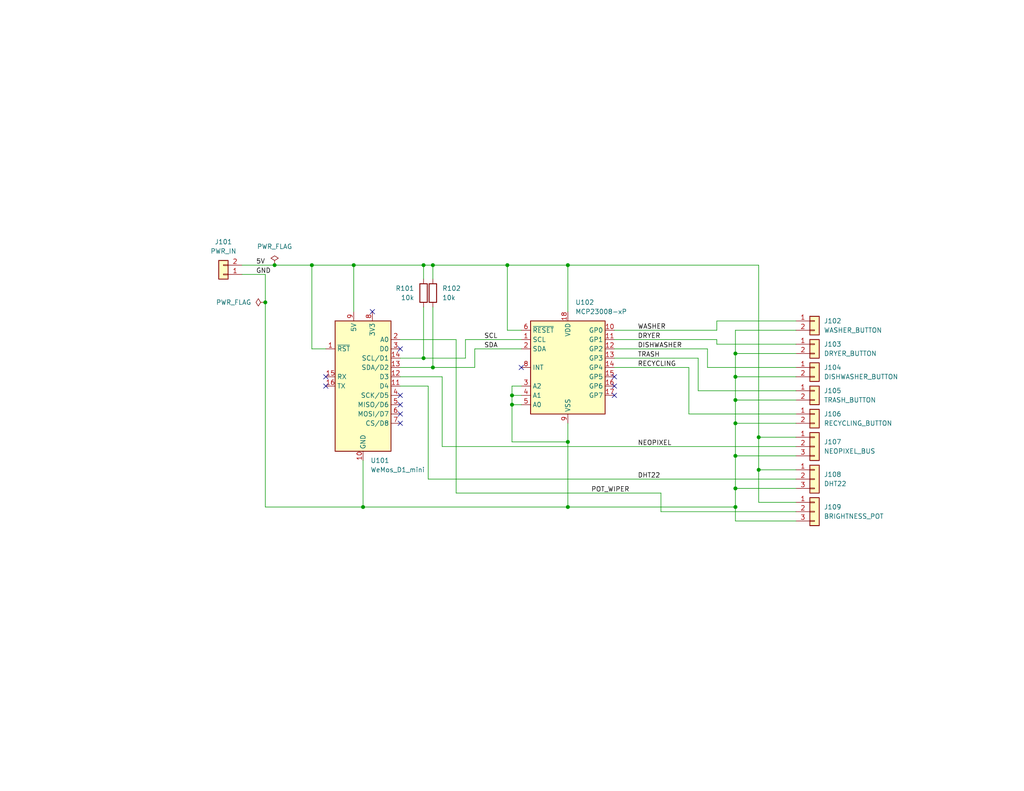
<source format=kicad_sch>
(kicad_sch (version 20211123) (generator eeschema)
  (paper "USLetter")
  (title_block (title "Chore Tracker") (date "2022-07-29") (rev "1.3") (company "CaProd Design"))
  (lib_symbols
    (symbol "Connector_Generic:Conn_01x02" (pin_names (offset 1.016) hide)
      (property "Reference" "J" (at 0 2.54 0))
      (property "Value" "Conn_01x02" (at 0 -5.08 0))
      (symbol "Conn_01x02_1_1"
        (rectangle (start -1.27 -2.413) (end 0 -2.667) (stroke (width 0.1524)))
        (rectangle (start -1.27 0.127) (end 0 -0.127) (stroke (width 0.1524)))
        (rectangle (start -1.27 1.27) (end 1.27 -3.81) (stroke (width 0.254)) (fill (type background)))
        (pin passive line (at -5.08 0 0) (length 3.81) (name "Pin_1") (number "1"))
        (pin passive line (at -5.08 -2.54 0) (length 3.81) (name "Pin_2") (number "2"))
      )
    )
    (symbol "Connector_Generic:Conn_01x03" (pin_names (offset 1.016) hide)
      (property "Reference" "J" (at 0 5.08 0))
      (property "Value" "Conn_01x03" (at 0 -5.08 0))
      (symbol "Conn_01x03_1_1"
        (rectangle (start -1.27 -2.413) (end 0 -2.667) (stroke (width 0.1524)))
        (rectangle (start -1.27 0.127) (end 0 -0.127) (stroke (width 0.1524)))
        (rectangle (start -1.27 2.667) (end 0 2.413) (stroke (width 0.1524)))
        (rectangle (start -1.27 3.81) (end 1.27 -3.81) (stroke (width 0.254)) (fill (type background)))
        (pin passive line (at -5.08 2.54 0) (length 3.81) (name "Pin_1") (number "1"))
        (pin passive line (at -5.08 0 0) (length 3.81) (name "Pin_2") (number "2"))
        (pin passive line (at -5.08 -2.54 0) (length 3.81) (name "Pin_3") (number "3"))
      )
    )
    (symbol "Device:R" (pin_numbers hide) (pin_names (offset 0))
      (property "Reference" "R" (at 2.032 0 90))
      (property "Value" "R" (at 0 0 90))
      (symbol "R_0_1"
        (rectangle (start -1.016 -2.54) (end 1.016 2.54) (stroke (width 0.254)))
      )
      (symbol "R_1_1"
        (pin passive line (at 0 3.81 270) (length 1.27) (name "~") (number "1"))
        (pin passive line (at 0 -3.81 90) (length 1.27) (name "~") (number "2"))
      )
    )
    (symbol "MCU_Module:WeMos_D1_mini"
      (property "Reference" "U" (at 3.81 19.05 0))
      (property "Value" "WeMos_D1_mini" (at 1.27 -19.05 0))
      (symbol "WeMos_D1_mini_1_1"
        (rectangle (start -7.62 17.78) (end 7.62 -17.78) (stroke (width 0.254)) (fill (type background)))
        (pin input line (at -10.16 10.16 0) (length 2.54) (name "~{RST}") (number "1"))
        (pin power_in line (at 0 -20.32 90) (length 2.54) (name "GND") (number "10"))
        (pin bidirectional line (at 10.16 0 180) (length 2.54) (name "D4") (number "11"))
        (pin bidirectional line (at 10.16 2.54 180) (length 2.54) (name "D3") (number "12"))
        (pin bidirectional line (at 10.16 5.08 180) (length 2.54) (name "SDA/D2") (number "13"))
        (pin bidirectional line (at 10.16 7.62 180) (length 2.54) (name "SCL/D1") (number "14"))
        (pin input line (at -10.16 2.54 0) (length 2.54) (name "RX") (number "15"))
        (pin output line (at -10.16 0 0) (length 2.54) (name "TX") (number "16"))
        (pin input line (at 10.16 12.7 180) (length 2.54) (name "A0") (number "2"))
        (pin bidirectional line (at 10.16 10.16 180) (length 2.54) (name "D0") (number "3"))
        (pin bidirectional line (at 10.16 -2.54 180) (length 2.54) (name "SCK/D5") (number "4"))
        (pin bidirectional line (at 10.16 -5.08 180) (length 2.54) (name "MISO/D6") (number "5"))
        (pin bidirectional line (at 10.16 -7.62 180) (length 2.54) (name "MOSI/D7") (number "6"))
        (pin bidirectional line (at 10.16 -10.16 180) (length 2.54) (name "CS/D8") (number "7"))
        (pin power_out line (at 2.54 20.32 270) (length 2.54) (name "3V3") (number "8"))
        (pin power_in line (at -2.54 20.32 270) (length 2.54) (name "5V") (number "9"))
      )
    )
    (symbol "custom:MCP23008-xP"
      (property "Reference" "U103" (at 2.0194 17.78 0))
      (property "Value" "MCP23008-xP" (at 2.0194 15.24 0))
      (symbol "MCP23008-xP_0_1"
        (rectangle (start -10.16 12.7) (end 10.16 -12.7) (stroke (width 0.254)) (fill (type background)))
      )
      (symbol "MCP23008-xP_1_1"
        (pin input line (at -12.7 7.62 0) (length 2.54) (name "SCL") (number "1"))
        (pin bidirectional line (at 12.7 10.16 180) (length 2.54) (name "GP0") (number "10"))
        (pin bidirectional line (at 12.7 7.62 180) (length 2.54) (name "GP1") (number "11"))
        (pin bidirectional line (at 12.7 5.08 180) (length 2.54) (name "GP2") (number "12"))
        (pin bidirectional line (at 12.7 2.54 180) (length 2.54) (name "GP3") (number "13"))
        (pin bidirectional line (at 12.7 0 180) (length 2.54) (name "GP4") (number "14"))
        (pin bidirectional line (at 12.7 -2.54 180) (length 2.54) (name "GP5") (number "15"))
        (pin bidirectional line (at 12.7 -5.08 180) (length 2.54) (name "GP6") (number "16"))
        (pin bidirectional line (at 12.7 -7.62 180) (length 2.54) (name "GP7") (number "17"))
        (pin power_in line (at 0 15.24 270) (length 2.54) (name "VDD") (number "18"))
        (pin bidirectional line (at -12.7 5.08 0) (length 2.54) (name "SDA") (number "2"))
        (pin input line (at -12.7 -5.08 0) (length 2.54) (name "A2") (number "3"))
        (pin input line (at -12.7 -7.62 0) (length 2.54) (name "A1") (number "4"))
        (pin input line (at -12.7 -10.16 0) (length 2.54) (name "A0") (number "5"))
        (pin input line (at -12.7 10.16 0) (length 2.54) (name "~{RESET}") (number "6"))
        (pin no_connect line (at -10.16 -2.54 0) (length 2.54) hide (name "NC") (number "7"))
        (pin output line (at -12.7 0 0) (length 2.54) (name "INT") (number "8"))
        (pin power_in line (at 0 -15.24 90) (length 2.54) (name "VSS") (number "9"))
      )
    )
    (symbol "power:PWR_FLAG" (power) (pin_numbers hide) (pin_names (offset 0) hide)
      (property "Value" "PWR_FLAG" (at 0 3.81 0))
      (symbol "PWR_FLAG_0_0"
        (pin power_out line (at 0 0 90) (length 0) (name "pwr") (number "1"))
      )
      (symbol "PWR_FLAG_0_1"
        (polyline (pts (xy 0 0) (xy 0 1.27) (xy -1.016 1.905) (xy 0 2.54) (xy 1.016 1.905) (xy 0 1.27)))
      )
    )
  )
  (junction (at 99.06 138.43))
  (junction (at 72.39 82.55))
  (junction (at 139.7 110.49))
  (junction (at 118.11 100.33))
  (junction (at 154.94 72.39))
  (junction (at 200.66 124.46))
  (junction (at 138.43 72.39))
  (junction (at 85.09 72.39))
  (junction (at 200.66 102.87))
  (junction (at 200.66 115.57))
  (junction (at 115.57 72.39))
  (junction (at 115.57 97.79))
  (junction (at 154.94 120.65))
  (junction (at 200.66 138.43))
  (junction (at 207.01 128.27))
  (junction (at 154.94 138.43))
  (junction (at 74.93 72.39))
  (junction (at 207.01 119.38))
  (junction (at 200.66 96.52))
  (junction (at 139.7 107.95))
  (junction (at 200.66 133.35))
  (junction (at 200.66 109.22))
  (junction (at 96.52 72.39))
  (junction (at 118.11 72.39))
  (no_connect (at 88.9 105.41))
  (no_connect (at 167.64 102.87))
  (no_connect (at 167.64 105.41))
  (no_connect (at 109.22 107.95))
  (no_connect (at 142.24 100.33))
  (no_connect (at 101.6 85.09))
  (no_connect (at 109.22 110.49))
  (no_connect (at 109.22 115.57))
  (no_connect (at 88.9 102.87))
  (no_connect (at 109.22 95.25))
  (no_connect (at 167.64 107.95))
  (no_connect (at 109.22 113.03))
  (wire (pts (xy 200.66 96.52) (xy 217.17 96.52)))
  (wire (pts (xy 200.66 102.87) (xy 217.17 102.87)))
  (wire (pts (xy 200.66 115.57) (xy 200.66 124.46)))
  (wire (pts (xy 118.11 100.33) (xy 129.54 100.33)))
  (wire (pts (xy 85.09 72.39) (xy 96.52 72.39)))
  (wire (pts (xy 200.66 142.24) (xy 200.66 138.43)))
  (wire (pts (xy 99.06 138.43) (xy 72.39 138.43)))
  (wire (pts (xy 74.93 72.39) (xy 85.09 72.39)))
  (wire (pts (xy 200.66 124.46) (xy 217.17 124.46)))
  (wire (pts (xy 116.84 130.81) (xy 116.84 105.41)))
  (wire (pts (xy 190.5 97.79) (xy 167.64 97.79)))
  (wire (pts (xy 217.17 106.68) (xy 190.5 106.68)))
  (wire (pts (xy 120.65 121.92) (xy 217.17 121.92)))
  (wire (pts (xy 200.66 109.22) (xy 200.66 115.57)))
  (wire (pts (xy 118.11 72.39) (xy 115.57 72.39)))
  (wire (pts (xy 115.57 72.39) (xy 96.52 72.39)))
  (wire (pts (xy 118.11 72.39) (xy 118.11 76.2)))
  (wire (pts (xy 109.22 97.79) (xy 115.57 97.79)))
  (wire (pts (xy 207.01 128.27) (xy 207.01 137.16)))
  (wire (pts (xy 138.43 72.39) (xy 138.43 90.17)))
  (wire (pts (xy 154.94 115.57) (xy 154.94 120.65)))
  (wire (pts (xy 124.46 134.62) (xy 124.46 92.71)))
  (wire (pts (xy 180.34 139.7) (xy 180.34 134.62)))
  (wire (pts (xy 200.66 102.87) (xy 200.66 109.22)))
  (wire (pts (xy 109.22 102.87) (xy 120.65 102.87)))
  (wire (pts (xy 195.58 87.63) (xy 217.17 87.63)))
  (wire (pts (xy 200.66 133.35) (xy 200.66 138.43)))
  (wire (pts (xy 180.34 134.62) (xy 124.46 134.62)))
  (wire (pts (xy 139.7 107.95) (xy 142.24 107.95)))
  (wire (pts (xy 207.01 119.38) (xy 207.01 128.27)))
  (wire (pts (xy 85.09 72.39) (xy 85.09 95.25)))
  (wire (pts (xy 115.57 72.39) (xy 115.57 76.2)))
  (wire (pts (xy 139.7 105.41) (xy 139.7 107.95)))
  (wire (pts (xy 66.04 74.93) (xy 72.39 74.93)))
  (wire (pts (xy 200.66 96.52) (xy 200.66 102.87)))
  (wire (pts (xy 207.01 128.27) (xy 217.17 128.27)))
  (wire (pts (xy 200.66 109.22) (xy 217.17 109.22)))
  (wire (pts (xy 200.66 142.24) (xy 217.17 142.24)))
  (wire (pts (xy 139.7 110.49) (xy 139.7 120.65)))
  (wire (pts (xy 217.17 93.98) (xy 195.58 93.98)))
  (wire (pts (xy 72.39 138.43) (xy 72.39 82.55)))
  (wire (pts (xy 96.52 72.39) (xy 96.52 85.09)))
  (wire (pts (xy 190.5 106.68) (xy 190.5 97.79)))
  (wire (pts (xy 167.64 100.33) (xy 187.96 100.33)))
  (wire (pts (xy 207.01 137.16) (xy 217.17 137.16)))
  (wire (pts (xy 167.64 95.25) (xy 193.04 95.25)))
  (wire (pts (xy 207.01 72.39) (xy 154.94 72.39)))
  (wire (pts (xy 217.17 139.7) (xy 180.34 139.7)))
  (wire (pts (xy 200.66 90.17) (xy 200.66 96.52)))
  (wire (pts (xy 207.01 119.38) (xy 207.01 72.39)))
  (wire (pts (xy 217.17 119.38) (xy 207.01 119.38)))
  (wire (pts (xy 195.58 93.98) (xy 195.58 92.71)))
  (wire (pts (xy 142.24 105.41) (xy 139.7 105.41)))
  (wire (pts (xy 154.94 120.65) (xy 154.94 138.43)))
  (wire (pts (xy 139.7 107.95) (xy 139.7 110.49)))
  (wire (pts (xy 187.96 113.03) (xy 217.17 113.03)))
  (wire (pts (xy 142.24 90.17) (xy 138.43 90.17)))
  (wire (pts (xy 217.17 90.17) (xy 200.66 90.17)))
  (wire (pts (xy 193.04 100.33) (xy 217.17 100.33)))
  (wire (pts (xy 154.94 138.43) (xy 99.06 138.43)))
  (wire (pts (xy 129.54 95.25) (xy 142.24 95.25)))
  (wire (pts (xy 99.06 125.73) (xy 99.06 138.43)))
  (wire (pts (xy 66.04 72.39) (xy 74.93 72.39)))
  (wire (pts (xy 129.54 100.33) (xy 129.54 95.25)))
  (wire (pts (xy 118.11 72.39) (xy 138.43 72.39)))
  (wire (pts (xy 139.7 120.65) (xy 154.94 120.65)))
  (wire (pts (xy 195.58 90.17) (xy 195.58 87.63)))
  (wire (pts (xy 167.64 90.17) (xy 195.58 90.17)))
  (wire (pts (xy 195.58 92.71) (xy 167.64 92.71)))
  (wire (pts (xy 118.11 83.82) (xy 118.11 100.33)))
  (wire (pts (xy 193.04 95.25) (xy 193.04 100.33)))
  (wire (pts (xy 116.84 130.81) (xy 217.17 130.81)))
  (wire (pts (xy 115.57 97.79) (xy 127 97.79)))
  (wire (pts (xy 115.57 83.82) (xy 115.57 97.79)))
  (wire (pts (xy 127 97.79) (xy 127 92.71)))
  (wire (pts (xy 154.94 85.09) (xy 154.94 72.39)))
  (wire (pts (xy 124.46 92.71) (xy 109.22 92.71)))
  (wire (pts (xy 116.84 105.41) (xy 109.22 105.41)))
  (wire (pts (xy 200.66 124.46) (xy 200.66 133.35)))
  (wire (pts (xy 127 92.71) (xy 142.24 92.71)))
  (wire (pts (xy 200.66 115.57) (xy 217.17 115.57)))
  (wire (pts (xy 72.39 82.55) (xy 72.39 74.93)))
  (wire (pts (xy 139.7 110.49) (xy 142.24 110.49)))
  (wire (pts (xy 109.22 100.33) (xy 118.11 100.33)))
  (wire (pts (xy 88.9 95.25) (xy 85.09 95.25)))
  (wire (pts (xy 200.66 133.35) (xy 217.17 133.35)))
  (wire (pts (xy 120.65 121.92) (xy 120.65 102.87)))
  (wire (pts (xy 138.43 72.39) (xy 154.94 72.39)))
  (wire (pts (xy 187.96 100.33) (xy 187.96 113.03)))
  (wire (pts (xy 200.66 138.43) (xy 154.94 138.43)))
  (label "NEOPIXEL" (at 173.99 121.92 0))
  (label "SDA" (at 132.08 95.25 0))
  (label "SCL" (at 132.08 92.71 0))
  (label "RECYCLING" (at 173.99 100.33 0))
  (label "POT_WIPER" (at 161.29 134.62 0))
  (label "DRYER" (at 173.99 92.71 0))
  (label "DHT22" (at 173.99 130.81 0))
  (label "TRASH" (at 173.99 97.79 0))
  (label "DISHWASHER" (at 173.99 95.25 0))
  (label "5V" (at 69.85 72.39 0))
  (label "GND" (at 69.85 74.93 0))
  (label "WASHER" (at 173.99 90.17 0))
  (symbol (lib_id "Connector_Generic:Conn_01x03") (at 222.25 139.7 0) (unit 1)
    (property "Reference" "J109" (at 224.79 138.4299 0) (effects (justify left)))
    (property "Value" "BRIGHTNESS_POT" (at 224.79 140.9699 0) (effects (justify left)))
    (property "Footprint" "Connector_JST:JST_XH_B3B-XH-AM_1x03_P2.50mm_Vertical" (effects hide))
  )
  (symbol (lib_id "Connector_Generic:Conn_01x02") (at 222.25 113.03 0) (unit 1)
    (property "Reference" "J106" (at 224.79 113.0299 0) (effects (justify left)))
    (property "Value" "RECYCLING_BUTTON" (at 224.79 115.5699 0) (effects (justify left)))
    (property "Footprint" "Connector_JST:JST_XH_B2B-XH-AM_1x02_P2.50mm_Vertical" (effects hide))
  )
  (symbol (lib_id "Connector_Generic:Conn_01x03") (at 222.25 130.81 0) (unit 1)
    (property "Reference" "J108" (at 224.79 129.5399 0) (effects (justify left)))
    (property "Value" "DHT22" (at 224.79 132.0799 0) (effects (justify left)))
    (property "Footprint" "Connector_JST:JST_XH_B3B-XH-AM_1x03_P2.50mm_Vertical" (effects hide))
  )
  (symbol (lib_id "Device:R") (at 118.11 80.01 0) (unit 1)
    (property "Reference" "R102" (at 120.65 78.7399 0) (effects (justify left)))
    (property "Value" "10k" (at 120.65 81.2799 0) (effects (justify left)))
    (property "Footprint" "Resistor_THT:R_Axial_DIN0309_L9.0mm_D3.2mm_P2.54mm_Vertical" (effects hide))
  )
  (symbol (lib_id "power:PWR_FLAG") (at 74.93 72.39 0) (unit 1)
    (property "Reference" "#FLG0102" (effects hide))
    (property "Value" "PWR_FLAG" (at 74.93 67.31 0))
  )
  (symbol (lib_id "Connector_Generic:Conn_01x03") (at 222.25 121.92 0) (unit 1)
    (property "Reference" "J107" (at 224.79 120.6499 0) (effects (justify left)))
    (property "Value" "NEOPIXEL_BUS" (at 224.79 123.1899 0) (effects (justify left)))
    (property "Footprint" "Connector_JST:JST_XH_B3B-XH-AM_1x03_P2.50mm_Vertical" (effects hide))
  )
  (symbol (lib_id "Connector_Generic:Conn_01x02") (at 60.96 74.93 180) (unit 1)
    (property "Reference" "J101" (at 60.96 66.04 0))
    (property "Value" "PWR_IN" (at 60.96 68.58 0))
    (property "Footprint" "Connector_JST:JST_XH_B2B-XH-AM_1x02_P2.50mm_Vertical" (effects hide))
  )
  (symbol (lib_id "Connector_Generic:Conn_01x02") (at 222.25 100.33 0) (unit 1)
    (property "Reference" "J104" (at 224.79 100.3299 0) (effects (justify left)))
    (property "Value" "DISHWASHER_BUTTON" (at 224.79 102.8699 0) (effects (justify left)))
    (property "Footprint" "Connector_JST:JST_XH_B2B-XH-AM_1x02_P2.50mm_Vertical" (effects hide))
  )
  (symbol (lib_id "power:PWR_FLAG") (at 72.39 82.55 90) (unit 1)
    (property "Reference" "#FLG0101" (effects hide))
    (property "Value" "PWR_FLAG" (at 68.58 82.5499 90) (effects (justify left)))
  )
  (symbol (lib_id "Connector_Generic:Conn_01x02") (at 222.25 93.98 0) (unit 1)
    (property "Reference" "J103" (at 224.79 93.9799 0) (effects (justify left)))
    (property "Value" "DRYER_BUTTON" (at 224.79 96.5199 0) (effects (justify left)))
    (property "Footprint" "Connector_JST:JST_XH_B2B-XH-AM_1x02_P2.50mm_Vertical" (effects hide))
  )
  (symbol (lib_id "custom:MCP23008-xP") (at 154.94 100.33 0) (unit 1)
    (property "Reference" "U102" (at 156.9594 82.55 0) (effects (justify left)))
    (property "Value" "MCP23008-xP" (at 156.9594 85.09 0) (effects (justify left)))
    (property "Footprint" "Package_DIP:DIP-18_W7.62mm" (effects hide))
    (property "Datasheet" "http://ww1.microchip.com/downloads/en/DeviceDoc/MCP23008-MCP23S08-Data-Sheet-20001919F.pdf" (effects hide))
  )
  (symbol (lib_id "Connector_Generic:Conn_01x02") (at 222.25 106.68 0) (unit 1)
    (property "Reference" "J105" (at 224.79 106.6799 0) (effects (justify left)))
    (property "Value" "TRASH_BUTTON" (at 224.79 109.2199 0) (effects (justify left)))
    (property "Footprint" "Connector_JST:JST_XH_B2B-XH-AM_1x02_P2.50mm_Vertical" (effects hide))
  )
  (symbol (lib_id "Device:R") (at 115.57 80.01 0) (unit 1)
    (property "Reference" "R101" (at 113.03 78.7399 0) (effects (justify right)))
    (property "Value" "10k" (at 113.03 81.2799 0) (effects (justify right)))
    (property "Footprint" "Resistor_THT:R_Axial_DIN0309_L9.0mm_D3.2mm_P2.54mm_Vertical" (effects hide))
  )
  (symbol (lib_id "MCU_Module:WeMos_D1_mini") (at 99.06 105.41 0) (unit 1)
    (property "Reference" "U101" (at 101.0794 125.73 0) (effects (justify left)))
    (property "Value" "WeMos_D1_mini" (at 101.0794 128.27 0) (effects (justify left)))
    (property "Footprint" "Module:WEMOS_D1_mini_light" (effects hide))
    (property "Datasheet" "https://wiki.wemos.cc/products:d1:d1_mini#documentation" (effects hide))
  )
  (symbol (lib_id "Connector_Generic:Conn_01x02") (at 222.25 87.63 0) (unit 1)
    (property "Reference" "J102" (at 224.79 87.6299 0) (effects (justify left)))
    (property "Value" "WASHER_BUTTON" (at 224.79 90.1699 0) (effects (justify left)))
    (property "Footprint" "Connector_JST:JST_XH_B2B-XH-AM_1x02_P2.50mm_Vertical" (effects hide))
  )
)
</source>
